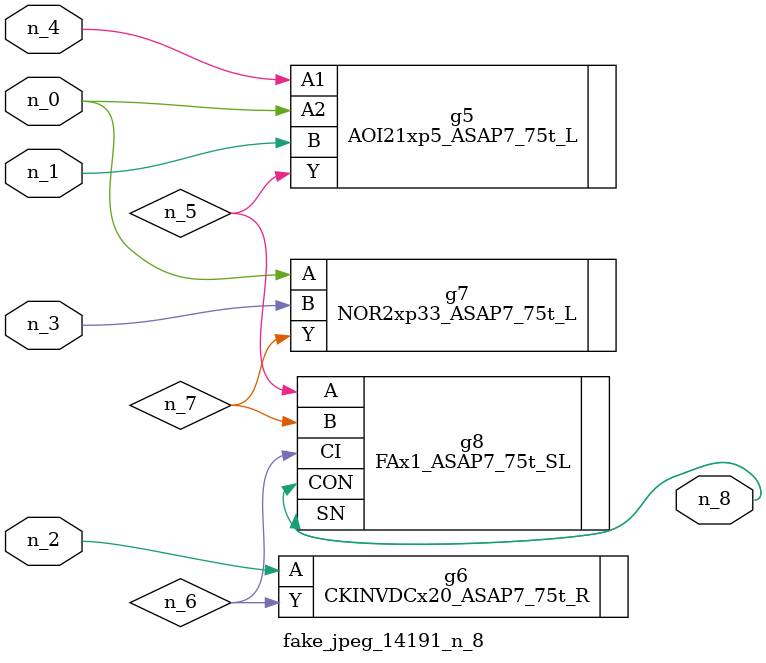
<source format=v>
module fake_jpeg_14191_n_8 (n_3, n_2, n_1, n_0, n_4, n_8);

input n_3;
input n_2;
input n_1;
input n_0;
input n_4;

output n_8;

wire n_6;
wire n_5;
wire n_7;

AOI21xp5_ASAP7_75t_L g5 ( 
.A1(n_4),
.A2(n_0),
.B(n_1),
.Y(n_5)
);

CKINVDCx20_ASAP7_75t_R g6 ( 
.A(n_2),
.Y(n_6)
);

NOR2xp33_ASAP7_75t_L g7 ( 
.A(n_0),
.B(n_3),
.Y(n_7)
);

FAx1_ASAP7_75t_SL g8 ( 
.A(n_5),
.B(n_7),
.CI(n_6),
.CON(n_8),
.SN(n_8)
);


endmodule
</source>
